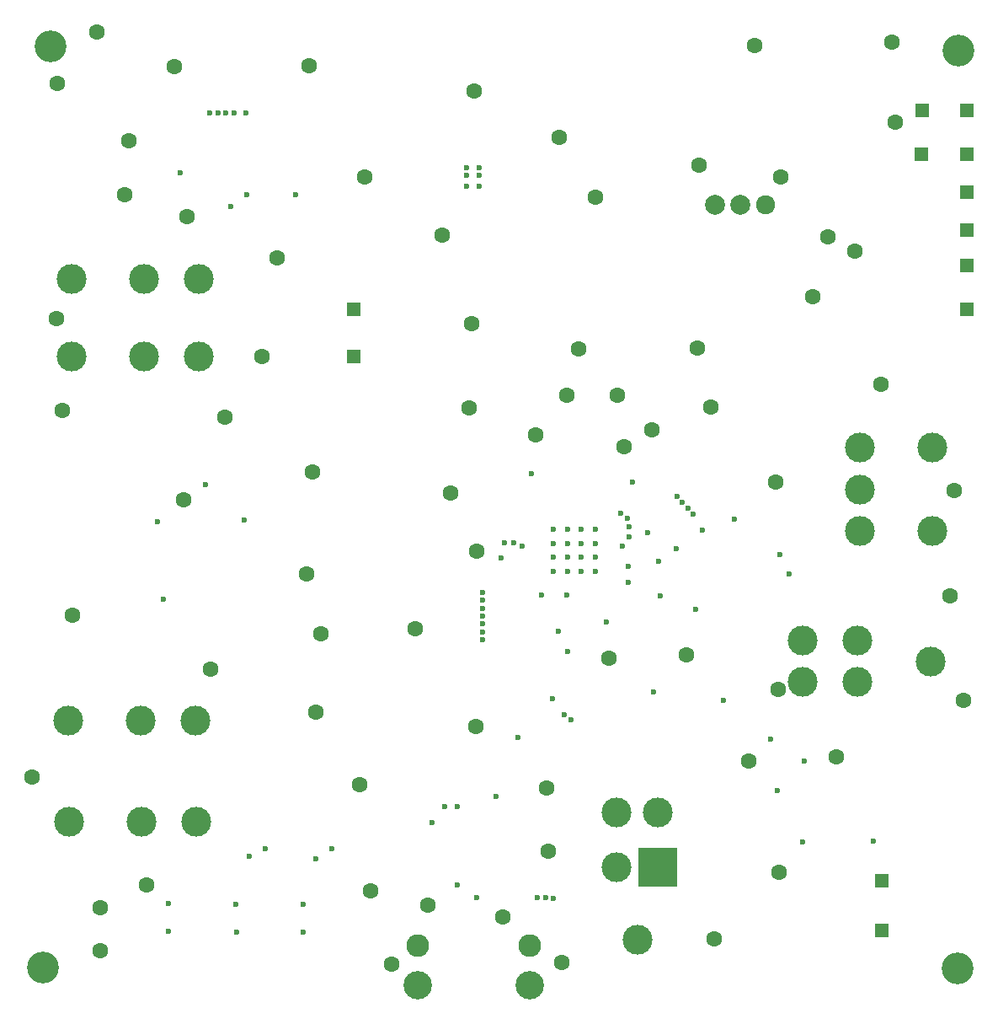
<source format=gbr>
%TF.GenerationSoftware,KiCad,Pcbnew,8.0.0*%
%TF.CreationDate,2024-03-30T13:43:14+01:00*%
%TF.ProjectId,schematic-main_HCU,73636865-6d61-4746-9963-2d6d61696e5f,rev?*%
%TF.SameCoordinates,Original*%
%TF.FileFunction,Soldermask,Bot*%
%TF.FilePolarity,Negative*%
%FSLAX46Y46*%
G04 Gerber Fmt 4.6, Leading zero omitted, Abs format (unit mm)*
G04 Created by KiCad (PCBNEW 8.0.0) date 2024-03-30 13:43:14*
%MOMM*%
%LPD*%
G01*
G04 APERTURE LIST*
%ADD10R,1.350000X1.350000*%
%ADD11C,3.200000*%
%ADD12C,2.000000*%
%ADD13C,1.920000*%
%ADD14C,2.280000*%
%ADD15C,2.850000*%
%ADD16C,3.000000*%
%ADD17R,4.000000X4.000000*%
%ADD18C,0.600000*%
%ADD19C,1.600000*%
G04 APERTURE END LIST*
D10*
%TO.C,TP9*%
X146000000Y-81900000D03*
%TD*%
D11*
%TO.C,H1*%
X145100000Y-55900000D03*
%TD*%
D10*
%TO.C,TP3*%
X141500000Y-61900000D03*
%TD*%
D12*
%TO.C,PS1*%
X120684198Y-71382000D03*
X123224198Y-71382000D03*
D13*
X125764198Y-71382000D03*
%TD*%
D10*
%TO.C,TP7*%
X84300000Y-86650000D03*
%TD*%
%TO.C,TP1*%
X137400000Y-139300000D03*
%TD*%
D11*
%TO.C,H4*%
X145000000Y-148100000D03*
%TD*%
%TO.C,H3*%
X53100000Y-148000000D03*
%TD*%
D14*
%TO.C,P1*%
X90780000Y-145800000D03*
D15*
X90780000Y-149800000D03*
D14*
X102020000Y-145800000D03*
D15*
X102020000Y-149800000D03*
%TD*%
D10*
%TO.C,TP4*%
X146000000Y-61900000D03*
%TD*%
%TO.C,TP11*%
X146000000Y-73900000D03*
%TD*%
%TO.C,TP8*%
X84300000Y-81900000D03*
%TD*%
%TO.C,TP2*%
X137400000Y-144300000D03*
%TD*%
D16*
%TO.C,J3*%
X112815750Y-145228100D03*
D17*
X114915750Y-137928100D03*
D16*
X110715750Y-137928100D03*
X114915750Y-132428100D03*
X110715750Y-132428100D03*
%TD*%
D10*
%TO.C,TP6*%
X146000000Y-66300000D03*
%TD*%
D16*
%TO.C,J8*%
X55600000Y-123200000D03*
X62900000Y-123200000D03*
X68400000Y-123200000D03*
%TD*%
D11*
%TO.C,H2*%
X53800000Y-55500000D03*
%TD*%
D16*
%TO.C,J4*%
X142278100Y-117234250D03*
X134978100Y-115134250D03*
X134978100Y-119334250D03*
X129478100Y-115134250D03*
X129478100Y-119334250D03*
%TD*%
%TO.C,J10*%
X55975000Y-86600000D03*
X63275000Y-86600000D03*
X68775000Y-86600000D03*
%TD*%
D10*
%TO.C,TP12*%
X146000000Y-70100000D03*
%TD*%
D16*
%TO.C,J2*%
X142465200Y-104168500D03*
X142465200Y-95768500D03*
X135165200Y-95768500D03*
X135165200Y-99968500D03*
X135165200Y-104168500D03*
%TD*%
%TO.C,J1*%
X55975000Y-78800000D03*
X63275000Y-78800000D03*
X68775000Y-78800000D03*
%TD*%
D10*
%TO.C,TP10*%
X146000000Y-77500000D03*
%TD*%
D16*
%TO.C,J9*%
X55721900Y-133350000D03*
X63021900Y-133350000D03*
X68521900Y-133350000D03*
%TD*%
D10*
%TO.C,TP5*%
X141400000Y-66300000D03*
%TD*%
D18*
X104400000Y-104000000D03*
D19*
X127100000Y-138400000D03*
X138400000Y-55000000D03*
D18*
X102200000Y-98400000D03*
X107200000Y-104000000D03*
D19*
X118900000Y-85800000D03*
D18*
X105800000Y-105400000D03*
D19*
X137300000Y-89400000D03*
D18*
X105800000Y-104000000D03*
X65200000Y-111000000D03*
X72537500Y-144412500D03*
D19*
X111500000Y-95700000D03*
D18*
X121500000Y-121200000D03*
D19*
X104950000Y-64600000D03*
D18*
X65670436Y-144375436D03*
D19*
X54400000Y-82800000D03*
X127000000Y-120100000D03*
D18*
X73300000Y-103050000D03*
D19*
X79800000Y-57400000D03*
D18*
X127128100Y-106484250D03*
D19*
X96400000Y-59950000D03*
X126743262Y-99224765D03*
X85400000Y-68600000D03*
X106900000Y-85900000D03*
X102600000Y-94500000D03*
D18*
X113900000Y-104300000D03*
X95700000Y-67650000D03*
X96900000Y-67650000D03*
X108600000Y-104000000D03*
D19*
X110800000Y-90500000D03*
D18*
X96900000Y-68450000D03*
X105800000Y-108200000D03*
X102800000Y-141000000D03*
D19*
X105700000Y-90500000D03*
X132800000Y-126800000D03*
X88100000Y-147700000D03*
X55000000Y-92000000D03*
X90500000Y-114000000D03*
X96200000Y-83300000D03*
X103900000Y-136300000D03*
X51950000Y-128900000D03*
X105200000Y-147500000D03*
X71400000Y-92700000D03*
X56000000Y-112600000D03*
X108600000Y-70600000D03*
D18*
X128078100Y-108434250D03*
X108600000Y-108200000D03*
X92200000Y-133400000D03*
X99100000Y-106875000D03*
D19*
X130500000Y-80600000D03*
X58800000Y-146300000D03*
D18*
X105800000Y-116275000D03*
D19*
X124600000Y-55400000D03*
D18*
X104400000Y-108200000D03*
X104400000Y-106800000D03*
X104400000Y-105400000D03*
D19*
X69900000Y-118000000D03*
D18*
X119400000Y-104100000D03*
D19*
X124045200Y-127285950D03*
D18*
X95700000Y-68450000D03*
X108600000Y-106800000D03*
X95700000Y-69550000D03*
D19*
X120600000Y-145100000D03*
X81000000Y-114500000D03*
D18*
X103600000Y-141000000D03*
D19*
X110000000Y-116900000D03*
X120200000Y-91700000D03*
D18*
X96900000Y-69550000D03*
D19*
X54500000Y-59200000D03*
D18*
X79237500Y-144412500D03*
D19*
X119050000Y-67400000D03*
D18*
X108600000Y-105400000D03*
D19*
X80200000Y-98200000D03*
D18*
X107200000Y-105400000D03*
D19*
X84950000Y-129600000D03*
X114300000Y-94000000D03*
X103700000Y-130000000D03*
X95900000Y-91800000D03*
D18*
X122600000Y-103000000D03*
X107200000Y-106800000D03*
X105800000Y-106800000D03*
X107200000Y-108200000D03*
D19*
X138800000Y-63100000D03*
D18*
X116725000Y-105965000D03*
D19*
X58800000Y-142000000D03*
X76600000Y-76700000D03*
X145650000Y-121150000D03*
X79600000Y-108500000D03*
X93200000Y-74400000D03*
X96600000Y-123800000D03*
X67200000Y-101000000D03*
X144250000Y-110650000D03*
X86050000Y-140300000D03*
X61300000Y-70400000D03*
X75100000Y-86600000D03*
X117800000Y-116600000D03*
D18*
X104400000Y-141100000D03*
X69400000Y-99500000D03*
D19*
X80500000Y-122350000D03*
X127250000Y-68600000D03*
X96700000Y-106200000D03*
X66300000Y-57500000D03*
X58500000Y-54000000D03*
X134700000Y-76000000D03*
X144700000Y-100100000D03*
D18*
X114500000Y-120300000D03*
X65670436Y-141575436D03*
X98600000Y-130800000D03*
X129445200Y-135385950D03*
X72475000Y-141612500D03*
D19*
X94025000Y-100375000D03*
D18*
X104862500Y-114262500D03*
X104300000Y-121000000D03*
X115000000Y-107200000D03*
X136600000Y-135300000D03*
X80500000Y-137100000D03*
X112325000Y-99200000D03*
X100800000Y-124900000D03*
X109700000Y-113325000D03*
X105700000Y-110600000D03*
X79275000Y-141612500D03*
X99500000Y-105300000D03*
X73800000Y-136850000D03*
X75400000Y-136075000D03*
X100449492Y-105300000D03*
X82100000Y-136075000D03*
X101230486Y-105700000D03*
X126945200Y-130235950D03*
X126200000Y-125100000D03*
X129645200Y-127298450D03*
D19*
X132000000Y-74600000D03*
X99300000Y-142900000D03*
D18*
X64579500Y-103186000D03*
D19*
X91750000Y-141750000D03*
X63475000Y-139700000D03*
D18*
X111300000Y-105700000D03*
X118700000Y-112000000D03*
X115100000Y-110700000D03*
X111900000Y-107700000D03*
X94700000Y-139700000D03*
X96700000Y-141000000D03*
X105475000Y-122625000D03*
X93449998Y-131850000D03*
X106175000Y-123125000D03*
X94750002Y-131800000D03*
X118461877Y-102461877D03*
X112000000Y-104700000D03*
X117896190Y-101896190D03*
X112000000Y-103700000D03*
X117354352Y-101242148D03*
X111839602Y-102879702D03*
X116835619Y-100633116D03*
X111200000Y-102400000D03*
X71975000Y-71525000D03*
X66900000Y-68200000D03*
D19*
X67550000Y-72550000D03*
X61700000Y-64949570D03*
D18*
X111900000Y-109300000D03*
X103242892Y-110542892D03*
X78437500Y-70325000D03*
X97300999Y-114299998D03*
X73512500Y-62125000D03*
X97297004Y-113500006D03*
X71474997Y-62125000D03*
X97300000Y-111900006D03*
X97300000Y-110300000D03*
X69874991Y-62125000D03*
X72275000Y-62125000D03*
X97300000Y-112700009D03*
X73600002Y-70325000D03*
X97299400Y-115099999D03*
X70674994Y-62125000D03*
X97300000Y-111100003D03*
M02*

</source>
